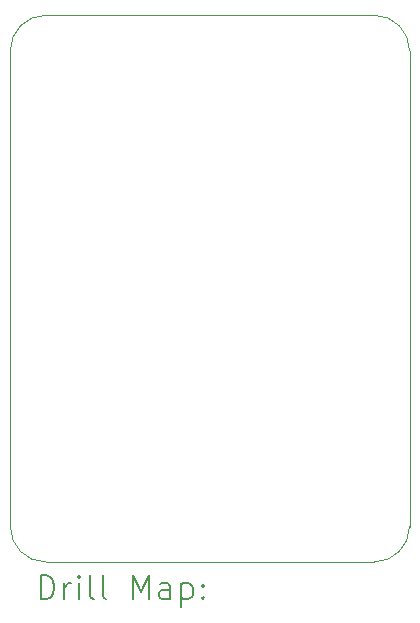
<source format=gbr>
%TF.GenerationSoftware,KiCad,Pcbnew,8.0.7*%
%TF.CreationDate,2025-01-10T16:13:57+05:30*%
%TF.ProjectId,STHDAQ_B0_COPY,53544844-4151-45f4-9230-5f434f50592e,rev?*%
%TF.SameCoordinates,Original*%
%TF.FileFunction,Drillmap*%
%TF.FilePolarity,Positive*%
%FSLAX45Y45*%
G04 Gerber Fmt 4.5, Leading zero omitted, Abs format (unit mm)*
G04 Created by KiCad (PCBNEW 8.0.7) date 2025-01-10 16:13:57*
%MOMM*%
%LPD*%
G01*
G04 APERTURE LIST*
%ADD10C,0.050000*%
%ADD11C,0.200000*%
G04 APERTURE END LIST*
D10*
X21390000Y-10060000D02*
X21390000Y-6030000D01*
X21090000Y-5730000D02*
G75*
G02*
X21390000Y-6030000I0J-300000D01*
G01*
X18310000Y-10360000D02*
G75*
G02*
X18010000Y-10060000I0J300000D01*
G01*
X18010000Y-6030000D02*
X18010000Y-10060000D01*
X21390000Y-10060000D02*
G75*
G02*
X21090000Y-10360000I-300000J0D01*
G01*
X21090000Y-5730000D02*
X18310000Y-5730000D01*
X18010000Y-6030000D02*
G75*
G02*
X18310000Y-5730000I300000J0D01*
G01*
X18310000Y-10360000D02*
X21090000Y-10360000D01*
D11*
X18268277Y-10673984D02*
X18268277Y-10473984D01*
X18268277Y-10473984D02*
X18315896Y-10473984D01*
X18315896Y-10473984D02*
X18344467Y-10483508D01*
X18344467Y-10483508D02*
X18363515Y-10502555D01*
X18363515Y-10502555D02*
X18373039Y-10521603D01*
X18373039Y-10521603D02*
X18382563Y-10559698D01*
X18382563Y-10559698D02*
X18382563Y-10588270D01*
X18382563Y-10588270D02*
X18373039Y-10626365D01*
X18373039Y-10626365D02*
X18363515Y-10645412D01*
X18363515Y-10645412D02*
X18344467Y-10664460D01*
X18344467Y-10664460D02*
X18315896Y-10673984D01*
X18315896Y-10673984D02*
X18268277Y-10673984D01*
X18468277Y-10673984D02*
X18468277Y-10540650D01*
X18468277Y-10578746D02*
X18477801Y-10559698D01*
X18477801Y-10559698D02*
X18487324Y-10550174D01*
X18487324Y-10550174D02*
X18506372Y-10540650D01*
X18506372Y-10540650D02*
X18525420Y-10540650D01*
X18592086Y-10673984D02*
X18592086Y-10540650D01*
X18592086Y-10473984D02*
X18582563Y-10483508D01*
X18582563Y-10483508D02*
X18592086Y-10493031D01*
X18592086Y-10493031D02*
X18601610Y-10483508D01*
X18601610Y-10483508D02*
X18592086Y-10473984D01*
X18592086Y-10473984D02*
X18592086Y-10493031D01*
X18715896Y-10673984D02*
X18696848Y-10664460D01*
X18696848Y-10664460D02*
X18687324Y-10645412D01*
X18687324Y-10645412D02*
X18687324Y-10473984D01*
X18820658Y-10673984D02*
X18801610Y-10664460D01*
X18801610Y-10664460D02*
X18792086Y-10645412D01*
X18792086Y-10645412D02*
X18792086Y-10473984D01*
X19049229Y-10673984D02*
X19049229Y-10473984D01*
X19049229Y-10473984D02*
X19115896Y-10616841D01*
X19115896Y-10616841D02*
X19182563Y-10473984D01*
X19182563Y-10473984D02*
X19182563Y-10673984D01*
X19363515Y-10673984D02*
X19363515Y-10569222D01*
X19363515Y-10569222D02*
X19353991Y-10550174D01*
X19353991Y-10550174D02*
X19334944Y-10540650D01*
X19334944Y-10540650D02*
X19296848Y-10540650D01*
X19296848Y-10540650D02*
X19277801Y-10550174D01*
X19363515Y-10664460D02*
X19344467Y-10673984D01*
X19344467Y-10673984D02*
X19296848Y-10673984D01*
X19296848Y-10673984D02*
X19277801Y-10664460D01*
X19277801Y-10664460D02*
X19268277Y-10645412D01*
X19268277Y-10645412D02*
X19268277Y-10626365D01*
X19268277Y-10626365D02*
X19277801Y-10607317D01*
X19277801Y-10607317D02*
X19296848Y-10597793D01*
X19296848Y-10597793D02*
X19344467Y-10597793D01*
X19344467Y-10597793D02*
X19363515Y-10588270D01*
X19458753Y-10540650D02*
X19458753Y-10740650D01*
X19458753Y-10550174D02*
X19477801Y-10540650D01*
X19477801Y-10540650D02*
X19515896Y-10540650D01*
X19515896Y-10540650D02*
X19534944Y-10550174D01*
X19534944Y-10550174D02*
X19544467Y-10559698D01*
X19544467Y-10559698D02*
X19553991Y-10578746D01*
X19553991Y-10578746D02*
X19553991Y-10635889D01*
X19553991Y-10635889D02*
X19544467Y-10654936D01*
X19544467Y-10654936D02*
X19534944Y-10664460D01*
X19534944Y-10664460D02*
X19515896Y-10673984D01*
X19515896Y-10673984D02*
X19477801Y-10673984D01*
X19477801Y-10673984D02*
X19458753Y-10664460D01*
X19639705Y-10654936D02*
X19649229Y-10664460D01*
X19649229Y-10664460D02*
X19639705Y-10673984D01*
X19639705Y-10673984D02*
X19630182Y-10664460D01*
X19630182Y-10664460D02*
X19639705Y-10654936D01*
X19639705Y-10654936D02*
X19639705Y-10673984D01*
X19639705Y-10550174D02*
X19649229Y-10559698D01*
X19649229Y-10559698D02*
X19639705Y-10569222D01*
X19639705Y-10569222D02*
X19630182Y-10559698D01*
X19630182Y-10559698D02*
X19639705Y-10550174D01*
X19639705Y-10550174D02*
X19639705Y-10569222D01*
M02*

</source>
